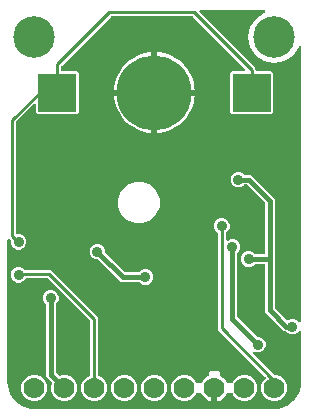
<source format=gbr>
G04 EAGLE Gerber RS-274X export*
G75*
%MOMM*%
%FSLAX34Y34*%
%LPD*%
%INBottom Copper*%
%IPPOS*%
%AMOC8*
5,1,8,0,0,1.08239X$1,22.5*%
G01*
%ADD10C,3.516000*%
%ADD11C,6.350000*%
%ADD12R,3.200000X3.200000*%
%ADD13C,1.778000*%
%ADD14C,0.906400*%
%ADD15C,0.406400*%
%ADD16C,0.254000*%

G36*
X228622Y2543D02*
X228622Y2543D01*
X228700Y2545D01*
X232077Y2810D01*
X232145Y2824D01*
X232214Y2829D01*
X232370Y2869D01*
X238794Y4956D01*
X238901Y5006D01*
X239012Y5050D01*
X239063Y5083D01*
X239082Y5091D01*
X239097Y5104D01*
X239148Y5136D01*
X244612Y9107D01*
X244699Y9188D01*
X244746Y9227D01*
X244752Y9231D01*
X244753Y9232D01*
X244791Y9264D01*
X244829Y9310D01*
X244844Y9324D01*
X244855Y9342D01*
X244893Y9388D01*
X248864Y14852D01*
X248921Y14956D01*
X248985Y15056D01*
X249007Y15113D01*
X249017Y15131D01*
X249022Y15151D01*
X249044Y15206D01*
X251131Y21630D01*
X251144Y21698D01*
X251167Y21764D01*
X251190Y21923D01*
X251455Y25300D01*
X251455Y25304D01*
X251456Y25307D01*
X251455Y25326D01*
X251459Y25400D01*
X251459Y67661D01*
X251442Y67799D01*
X251429Y67937D01*
X251422Y67957D01*
X251419Y67977D01*
X251368Y68106D01*
X251321Y68237D01*
X251310Y68254D01*
X251302Y68272D01*
X251221Y68385D01*
X251143Y68500D01*
X251127Y68513D01*
X251116Y68530D01*
X251008Y68618D01*
X250904Y68710D01*
X250886Y68720D01*
X250871Y68732D01*
X250745Y68792D01*
X250621Y68855D01*
X250601Y68859D01*
X250583Y68868D01*
X250446Y68894D01*
X250311Y68925D01*
X250290Y68924D01*
X250271Y68928D01*
X250132Y68919D01*
X249993Y68915D01*
X249973Y68909D01*
X249953Y68908D01*
X249821Y68865D01*
X249687Y68827D01*
X249670Y68816D01*
X249651Y68810D01*
X249533Y68735D01*
X249413Y68665D01*
X249392Y68646D01*
X249382Y68640D01*
X249368Y68625D01*
X249293Y68559D01*
X247559Y66825D01*
X245146Y65825D01*
X242534Y65825D01*
X240121Y66825D01*
X238993Y67954D01*
X238914Y68014D01*
X238842Y68082D01*
X238789Y68111D01*
X238741Y68148D01*
X238650Y68188D01*
X238564Y68236D01*
X238505Y68251D01*
X238449Y68275D01*
X238351Y68290D01*
X238256Y68315D01*
X238156Y68321D01*
X238135Y68325D01*
X238123Y68323D01*
X238095Y68325D01*
X237076Y68325D01*
X220725Y84676D01*
X220725Y124206D01*
X220710Y124324D01*
X220703Y124443D01*
X220690Y124481D01*
X220685Y124522D01*
X220642Y124632D01*
X220605Y124745D01*
X220583Y124780D01*
X220568Y124817D01*
X220499Y124913D01*
X220435Y125014D01*
X220405Y125042D01*
X220382Y125075D01*
X220290Y125151D01*
X220203Y125232D01*
X220168Y125252D01*
X220137Y125277D01*
X220029Y125328D01*
X219925Y125386D01*
X219885Y125396D01*
X219849Y125413D01*
X219732Y125435D01*
X219617Y125465D01*
X219557Y125469D01*
X219537Y125473D01*
X219516Y125471D01*
X219456Y125475D01*
X212755Y125475D01*
X212657Y125463D01*
X212558Y125460D01*
X212500Y125443D01*
X212439Y125435D01*
X212347Y125399D01*
X212252Y125371D01*
X212200Y125341D01*
X212144Y125318D01*
X212064Y125260D01*
X211978Y125210D01*
X211903Y125144D01*
X211886Y125132D01*
X211879Y125122D01*
X211857Y125104D01*
X210729Y123975D01*
X208316Y122975D01*
X205704Y122975D01*
X203291Y123975D01*
X201445Y125821D01*
X200445Y128234D01*
X200445Y130846D01*
X201445Y133259D01*
X203291Y135105D01*
X205704Y136105D01*
X208316Y136105D01*
X210729Y135105D01*
X211857Y133976D01*
X211936Y133916D01*
X212008Y133848D01*
X212061Y133819D01*
X212109Y133782D01*
X212200Y133742D01*
X212286Y133694D01*
X212345Y133679D01*
X212401Y133655D01*
X212499Y133640D01*
X212594Y133615D01*
X212694Y133609D01*
X212715Y133605D01*
X212727Y133607D01*
X212755Y133605D01*
X219456Y133605D01*
X219574Y133620D01*
X219693Y133627D01*
X219731Y133640D01*
X219772Y133645D01*
X219882Y133688D01*
X219995Y133725D01*
X220030Y133747D01*
X220067Y133762D01*
X220163Y133831D01*
X220264Y133895D01*
X220292Y133925D01*
X220325Y133948D01*
X220401Y134040D01*
X220482Y134127D01*
X220502Y134162D01*
X220527Y134193D01*
X220578Y134301D01*
X220636Y134405D01*
X220646Y134445D01*
X220663Y134481D01*
X220685Y134598D01*
X220715Y134713D01*
X220719Y134773D01*
X220723Y134793D01*
X220721Y134814D01*
X220725Y134874D01*
X220725Y176861D01*
X220713Y176959D01*
X220710Y177058D01*
X220693Y177116D01*
X220685Y177176D01*
X220649Y177268D01*
X220621Y177363D01*
X220591Y177416D01*
X220568Y177472D01*
X220510Y177552D01*
X220460Y177637D01*
X220394Y177713D01*
X220382Y177729D01*
X220372Y177737D01*
X220354Y177758D01*
X205698Y192414D01*
X205620Y192474D01*
X205548Y192542D01*
X205495Y192571D01*
X205447Y192608D01*
X205356Y192648D01*
X205269Y192696D01*
X205211Y192711D01*
X205155Y192735D01*
X205057Y192750D01*
X204961Y192775D01*
X204861Y192781D01*
X204841Y192785D01*
X204829Y192783D01*
X204801Y192785D01*
X203865Y192785D01*
X203767Y192773D01*
X203668Y192770D01*
X203610Y192753D01*
X203549Y192745D01*
X203457Y192709D01*
X203362Y192681D01*
X203310Y192651D01*
X203254Y192628D01*
X203174Y192570D01*
X203088Y192520D01*
X203013Y192454D01*
X202996Y192442D01*
X202989Y192432D01*
X202967Y192414D01*
X201839Y191285D01*
X199426Y190285D01*
X196814Y190285D01*
X194401Y191285D01*
X192555Y193131D01*
X191555Y195544D01*
X191555Y198156D01*
X192555Y200569D01*
X194401Y202415D01*
X196814Y203415D01*
X199426Y203415D01*
X201839Y202415D01*
X202967Y201286D01*
X203046Y201226D01*
X203118Y201158D01*
X203171Y201129D01*
X203219Y201092D01*
X203310Y201052D01*
X203396Y201004D01*
X203455Y200989D01*
X203511Y200965D01*
X203609Y200950D01*
X203704Y200925D01*
X203804Y200919D01*
X203825Y200915D01*
X203837Y200917D01*
X203865Y200915D01*
X208694Y200915D01*
X211446Y198162D01*
X226102Y183506D01*
X228855Y180754D01*
X228855Y88569D01*
X228867Y88471D01*
X228870Y88372D01*
X228887Y88314D01*
X228895Y88254D01*
X228931Y88162D01*
X228959Y88067D01*
X228989Y88015D01*
X229012Y87958D01*
X229070Y87878D01*
X229120Y87793D01*
X229186Y87717D01*
X229198Y87701D01*
X229208Y87693D01*
X229226Y87672D01*
X238689Y78210D01*
X238712Y78192D01*
X238731Y78169D01*
X238837Y78095D01*
X238940Y78015D01*
X238967Y78003D01*
X238991Y77986D01*
X239112Y77940D01*
X239232Y77889D01*
X239261Y77884D01*
X239288Y77874D01*
X239417Y77859D01*
X239546Y77839D01*
X239575Y77842D01*
X239604Y77838D01*
X239733Y77856D01*
X239862Y77869D01*
X239890Y77879D01*
X239919Y77883D01*
X240072Y77935D01*
X242534Y78955D01*
X245146Y78955D01*
X247559Y77955D01*
X249293Y76221D01*
X249402Y76136D01*
X249509Y76048D01*
X249528Y76039D01*
X249544Y76026D01*
X249672Y75971D01*
X249797Y75912D01*
X249817Y75908D01*
X249836Y75900D01*
X249974Y75878D01*
X250110Y75852D01*
X250130Y75853D01*
X250150Y75850D01*
X250289Y75863D01*
X250427Y75872D01*
X250446Y75878D01*
X250466Y75880D01*
X250598Y75927D01*
X250729Y75970D01*
X250747Y75981D01*
X250766Y75988D01*
X250881Y76066D01*
X250998Y76140D01*
X251012Y76155D01*
X251029Y76166D01*
X251121Y76271D01*
X251216Y76372D01*
X251226Y76389D01*
X251239Y76405D01*
X251303Y76529D01*
X251370Y76650D01*
X251375Y76670D01*
X251384Y76688D01*
X251414Y76824D01*
X251449Y76958D01*
X251451Y76986D01*
X251454Y76998D01*
X251453Y77019D01*
X251459Y77119D01*
X251459Y308393D01*
X251446Y308496D01*
X251442Y308601D01*
X251426Y308654D01*
X251419Y308708D01*
X251381Y308805D01*
X251351Y308905D01*
X251323Y308953D01*
X251302Y309004D01*
X251241Y309088D01*
X251187Y309178D01*
X251148Y309217D01*
X251116Y309261D01*
X251035Y309328D01*
X250961Y309401D01*
X250913Y309429D01*
X250871Y309464D01*
X250776Y309509D01*
X250686Y309561D01*
X250633Y309576D01*
X250583Y309600D01*
X250480Y309619D01*
X250380Y309648D01*
X250325Y309649D01*
X250271Y309659D01*
X250166Y309653D01*
X250062Y309656D01*
X250008Y309643D01*
X249953Y309640D01*
X249854Y309607D01*
X249752Y309584D01*
X249703Y309559D01*
X249651Y309542D01*
X249562Y309486D01*
X249470Y309438D01*
X249428Y309401D01*
X249382Y309372D01*
X249310Y309295D01*
X249232Y309226D01*
X249179Y309156D01*
X249164Y309140D01*
X249157Y309127D01*
X249135Y309098D01*
X244275Y301825D01*
X237083Y297020D01*
X228600Y295332D01*
X220117Y297020D01*
X212925Y301825D01*
X208120Y309017D01*
X206432Y317500D01*
X208120Y325983D01*
X212925Y333175D01*
X220198Y338035D01*
X220277Y338103D01*
X220361Y338164D01*
X220396Y338207D01*
X220438Y338243D01*
X220498Y338329D01*
X220564Y338409D01*
X220588Y338459D01*
X220619Y338505D01*
X220655Y338603D01*
X220700Y338697D01*
X220710Y338751D01*
X220729Y338803D01*
X220740Y338907D01*
X220759Y339010D01*
X220756Y339065D01*
X220762Y339119D01*
X220746Y339223D01*
X220740Y339327D01*
X220723Y339379D01*
X220715Y339434D01*
X220674Y339530D01*
X220642Y339629D01*
X220612Y339676D01*
X220591Y339727D01*
X220527Y339810D01*
X220472Y339898D01*
X220431Y339936D01*
X220398Y339980D01*
X220316Y340045D01*
X220240Y340116D01*
X220192Y340143D01*
X220148Y340177D01*
X220053Y340219D01*
X219961Y340270D01*
X219908Y340283D01*
X219858Y340306D01*
X219755Y340323D01*
X219653Y340349D01*
X219565Y340355D01*
X219544Y340358D01*
X219529Y340357D01*
X219493Y340359D01*
X166486Y340359D01*
X166348Y340342D01*
X166209Y340329D01*
X166190Y340322D01*
X166170Y340319D01*
X166041Y340268D01*
X165910Y340221D01*
X165893Y340210D01*
X165875Y340202D01*
X165762Y340121D01*
X165647Y340043D01*
X165634Y340027D01*
X165617Y340016D01*
X165529Y339908D01*
X165436Y339804D01*
X165427Y339786D01*
X165414Y339771D01*
X165355Y339645D01*
X165292Y339521D01*
X165287Y339501D01*
X165279Y339483D01*
X165253Y339347D01*
X165222Y339211D01*
X165223Y339190D01*
X165219Y339171D01*
X165228Y339032D01*
X165232Y338893D01*
X165238Y338873D01*
X165239Y338853D01*
X165282Y338721D01*
X165320Y338587D01*
X165331Y338570D01*
X165337Y338551D01*
X165411Y338433D01*
X165482Y338313D01*
X165500Y338292D01*
X165507Y338282D01*
X165522Y338268D01*
X165588Y338193D01*
X210250Y293530D01*
X212557Y291224D01*
X212557Y289812D01*
X212572Y289694D01*
X212579Y289575D01*
X212592Y289537D01*
X212597Y289496D01*
X212640Y289386D01*
X212677Y289273D01*
X212699Y289238D01*
X212714Y289201D01*
X212783Y289105D01*
X212847Y289004D01*
X212877Y288976D01*
X212900Y288943D01*
X212992Y288867D01*
X213079Y288786D01*
X213114Y288766D01*
X213145Y288741D01*
X213253Y288690D01*
X213357Y288632D01*
X213397Y288622D01*
X213433Y288605D01*
X213550Y288583D01*
X213665Y288553D01*
X213725Y288549D01*
X213745Y288545D01*
X213766Y288547D01*
X213826Y288543D01*
X226096Y288543D01*
X227287Y287352D01*
X227287Y253668D01*
X226096Y252477D01*
X192412Y252477D01*
X191221Y253668D01*
X191221Y287352D01*
X192412Y288543D01*
X202832Y288543D01*
X202970Y288560D01*
X203109Y288573D01*
X203128Y288580D01*
X203148Y288583D01*
X203277Y288634D01*
X203408Y288681D01*
X203425Y288692D01*
X203443Y288700D01*
X203556Y288781D01*
X203671Y288859D01*
X203684Y288875D01*
X203701Y288886D01*
X203789Y288994D01*
X203882Y289098D01*
X203891Y289116D01*
X203904Y289131D01*
X203963Y289257D01*
X204026Y289381D01*
X204031Y289401D01*
X204039Y289419D01*
X204065Y289555D01*
X204096Y289691D01*
X204095Y289712D01*
X204099Y289731D01*
X204090Y289870D01*
X204086Y290009D01*
X204080Y290029D01*
X204079Y290049D01*
X204036Y290181D01*
X203998Y290315D01*
X203987Y290332D01*
X203981Y290351D01*
X203907Y290469D01*
X203836Y290589D01*
X203818Y290610D01*
X203811Y290620D01*
X203796Y290634D01*
X203730Y290709D01*
X159659Y334781D01*
X159580Y334841D01*
X159508Y334909D01*
X159455Y334938D01*
X159407Y334975D01*
X159316Y335015D01*
X159230Y335063D01*
X159171Y335078D01*
X159116Y335102D01*
X159018Y335117D01*
X158922Y335142D01*
X158822Y335148D01*
X158801Y335152D01*
X158789Y335150D01*
X158761Y335152D01*
X90794Y335152D01*
X90696Y335140D01*
X90597Y335137D01*
X90538Y335120D01*
X90478Y335112D01*
X90386Y335076D01*
X90291Y335048D01*
X90239Y335018D01*
X90183Y334995D01*
X90103Y334937D01*
X90017Y334887D01*
X89942Y334821D01*
X89925Y334809D01*
X89917Y334799D01*
X89896Y334781D01*
X48420Y293305D01*
X48360Y293226D01*
X48292Y293154D01*
X48263Y293101D01*
X48226Y293053D01*
X48186Y292962D01*
X48138Y292876D01*
X48123Y292817D01*
X48099Y292762D01*
X48084Y292664D01*
X48059Y292568D01*
X48053Y292468D01*
X48049Y292447D01*
X48051Y292435D01*
X48049Y292407D01*
X48049Y289812D01*
X48064Y289694D01*
X48071Y289575D01*
X48084Y289537D01*
X48089Y289496D01*
X48132Y289386D01*
X48169Y289273D01*
X48191Y289238D01*
X48206Y289201D01*
X48275Y289105D01*
X48339Y289004D01*
X48369Y288976D01*
X48392Y288943D01*
X48484Y288867D01*
X48571Y288786D01*
X48606Y288766D01*
X48637Y288741D01*
X48745Y288690D01*
X48849Y288632D01*
X48889Y288622D01*
X48925Y288605D01*
X49042Y288583D01*
X49157Y288553D01*
X49217Y288549D01*
X49237Y288545D01*
X49258Y288547D01*
X49318Y288543D01*
X61588Y288543D01*
X62779Y287352D01*
X62779Y253668D01*
X61588Y252477D01*
X27904Y252477D01*
X26713Y253668D01*
X26713Y259643D01*
X26696Y259781D01*
X26683Y259920D01*
X26676Y259939D01*
X26673Y259959D01*
X26622Y260088D01*
X26575Y260219D01*
X26564Y260236D01*
X26556Y260254D01*
X26475Y260367D01*
X26397Y260482D01*
X26381Y260495D01*
X26370Y260512D01*
X26262Y260600D01*
X26158Y260693D01*
X26140Y260702D01*
X26125Y260715D01*
X25999Y260774D01*
X25875Y260837D01*
X25855Y260842D01*
X25837Y260850D01*
X25701Y260876D01*
X25565Y260907D01*
X25544Y260906D01*
X25525Y260910D01*
X25386Y260901D01*
X25247Y260897D01*
X25227Y260891D01*
X25207Y260890D01*
X25075Y260847D01*
X24941Y260809D01*
X24924Y260798D01*
X24905Y260792D01*
X24787Y260718D01*
X24667Y260647D01*
X24646Y260629D01*
X24636Y260622D01*
X24622Y260607D01*
X24547Y260541D01*
X10024Y246019D01*
X9964Y245940D01*
X9896Y245868D01*
X9867Y245815D01*
X9830Y245767D01*
X9790Y245676D01*
X9742Y245590D01*
X9727Y245531D01*
X9703Y245476D01*
X9688Y245378D01*
X9663Y245282D01*
X9657Y245182D01*
X9653Y245161D01*
X9655Y245149D01*
X9653Y245121D01*
X9653Y151979D01*
X9668Y151861D01*
X9675Y151742D01*
X9688Y151704D01*
X9693Y151663D01*
X9736Y151553D01*
X9773Y151440D01*
X9795Y151405D01*
X9810Y151368D01*
X9879Y151272D01*
X9943Y151171D01*
X9973Y151143D01*
X9996Y151110D01*
X10088Y151034D01*
X10175Y150953D01*
X10210Y150933D01*
X10241Y150908D01*
X10349Y150857D01*
X10453Y150799D01*
X10493Y150789D01*
X10529Y150772D01*
X10646Y150750D01*
X10761Y150720D01*
X10821Y150716D01*
X10841Y150712D01*
X10862Y150714D01*
X10922Y150710D01*
X13371Y150710D01*
X15784Y149710D01*
X17630Y147864D01*
X18630Y145451D01*
X18630Y142839D01*
X17630Y140426D01*
X15784Y138580D01*
X13371Y137580D01*
X10759Y137580D01*
X8346Y138580D01*
X6500Y140426D01*
X5500Y142839D01*
X5500Y144878D01*
X5488Y144976D01*
X5485Y145075D01*
X5468Y145134D01*
X5460Y145194D01*
X5424Y145286D01*
X5396Y145381D01*
X5366Y145433D01*
X5343Y145489D01*
X5285Y145570D01*
X5235Y145655D01*
X5169Y145730D01*
X5157Y145747D01*
X5147Y145755D01*
X5129Y145776D01*
X4708Y146197D01*
X4598Y146282D01*
X4491Y146371D01*
X4472Y146379D01*
X4456Y146392D01*
X4329Y146447D01*
X4203Y146506D01*
X4183Y146510D01*
X4164Y146518D01*
X4027Y146540D01*
X3890Y146566D01*
X3870Y146565D01*
X3850Y146568D01*
X3711Y146555D01*
X3573Y146546D01*
X3554Y146540D01*
X3534Y146538D01*
X3402Y146491D01*
X3271Y146448D01*
X3254Y146437D01*
X3234Y146431D01*
X3119Y146352D01*
X3002Y146278D01*
X2988Y146263D01*
X2971Y146252D01*
X2879Y146148D01*
X2784Y146046D01*
X2774Y146029D01*
X2761Y146014D01*
X2697Y145889D01*
X2630Y145768D01*
X2625Y145748D01*
X2616Y145730D01*
X2586Y145594D01*
X2551Y145460D01*
X2549Y145432D01*
X2546Y145420D01*
X2547Y145399D01*
X2541Y145299D01*
X2541Y25400D01*
X2543Y25378D01*
X2545Y25300D01*
X2810Y21923D01*
X2824Y21855D01*
X2829Y21786D01*
X2869Y21630D01*
X4956Y15206D01*
X5006Y15099D01*
X5050Y14988D01*
X5083Y14937D01*
X5091Y14918D01*
X5104Y14903D01*
X5136Y14852D01*
X9107Y9388D01*
X9127Y9366D01*
X9138Y9348D01*
X9184Y9305D01*
X9188Y9301D01*
X9264Y9209D01*
X9310Y9171D01*
X9324Y9156D01*
X9342Y9145D01*
X9388Y9107D01*
X14596Y5322D01*
X14852Y5136D01*
X14956Y5079D01*
X15056Y5015D01*
X15113Y4993D01*
X15131Y4983D01*
X15151Y4978D01*
X15206Y4956D01*
X21630Y2869D01*
X21698Y2856D01*
X21764Y2833D01*
X21923Y2810D01*
X25300Y2545D01*
X25322Y2546D01*
X25400Y2541D01*
X228600Y2541D01*
X228622Y2543D01*
G37*
%LPC*%
G36*
X226427Y9397D02*
X226427Y9397D01*
X222413Y11060D01*
X219340Y14133D01*
X217677Y18147D01*
X217677Y22493D01*
X219340Y26507D01*
X220819Y27986D01*
X220892Y28080D01*
X220970Y28169D01*
X220989Y28205D01*
X221014Y28237D01*
X221061Y28346D01*
X221115Y28452D01*
X221124Y28492D01*
X221140Y28529D01*
X221159Y28646D01*
X221185Y28762D01*
X221183Y28803D01*
X221190Y28843D01*
X221179Y28961D01*
X221175Y29080D01*
X221164Y29119D01*
X221160Y29159D01*
X221120Y29272D01*
X221087Y29386D01*
X221066Y29421D01*
X221052Y29459D01*
X220985Y29557D01*
X220925Y29660D01*
X220885Y29705D01*
X220874Y29722D01*
X220858Y29735D01*
X220819Y29781D01*
X180847Y69752D01*
X180847Y150973D01*
X180835Y151071D01*
X180832Y151170D01*
X180815Y151228D01*
X180807Y151289D01*
X180771Y151381D01*
X180743Y151476D01*
X180713Y151528D01*
X180690Y151584D01*
X180632Y151664D01*
X180582Y151750D01*
X180516Y151825D01*
X180504Y151842D01*
X180494Y151849D01*
X180476Y151871D01*
X178585Y153761D01*
X177585Y156174D01*
X177585Y158786D01*
X178585Y161199D01*
X180431Y163045D01*
X182844Y164045D01*
X185456Y164045D01*
X187869Y163045D01*
X189715Y161199D01*
X190715Y158786D01*
X190715Y156174D01*
X189715Y153761D01*
X187824Y151871D01*
X187764Y151792D01*
X187696Y151720D01*
X187667Y151667D01*
X187630Y151619D01*
X187590Y151528D01*
X187542Y151442D01*
X187527Y151383D01*
X187503Y151327D01*
X187488Y151229D01*
X187463Y151134D01*
X187457Y151034D01*
X187453Y151013D01*
X187455Y151001D01*
X187453Y150973D01*
X187453Y146391D01*
X187459Y146341D01*
X187457Y146292D01*
X187479Y146184D01*
X187493Y146075D01*
X187511Y146029D01*
X187521Y145980D01*
X187569Y145882D01*
X187610Y145780D01*
X187639Y145739D01*
X187661Y145695D01*
X187732Y145611D01*
X187796Y145522D01*
X187835Y145491D01*
X187867Y145453D01*
X187957Y145390D01*
X188041Y145319D01*
X188086Y145298D01*
X188127Y145270D01*
X188230Y145231D01*
X188329Y145184D01*
X188378Y145175D01*
X188424Y145157D01*
X188534Y145145D01*
X188641Y145124D01*
X188691Y145127D01*
X188740Y145122D01*
X188849Y145137D01*
X188959Y145144D01*
X189006Y145159D01*
X189055Y145166D01*
X189208Y145218D01*
X191734Y146265D01*
X194346Y146265D01*
X196759Y145265D01*
X198605Y143419D01*
X199605Y141006D01*
X199605Y138394D01*
X198605Y135981D01*
X197476Y134853D01*
X197416Y134774D01*
X197348Y134702D01*
X197319Y134649D01*
X197282Y134601D01*
X197242Y134510D01*
X197194Y134424D01*
X197179Y134365D01*
X197155Y134309D01*
X197140Y134211D01*
X197115Y134116D01*
X197109Y134016D01*
X197105Y133995D01*
X197107Y133983D01*
X197105Y133955D01*
X197105Y80949D01*
X197117Y80851D01*
X197120Y80752D01*
X197137Y80694D01*
X197145Y80634D01*
X197181Y80542D01*
X197209Y80447D01*
X197239Y80395D01*
X197262Y80338D01*
X197320Y80258D01*
X197370Y80173D01*
X197436Y80097D01*
X197448Y80081D01*
X197458Y80073D01*
X197476Y80052D01*
X213442Y64086D01*
X213520Y64026D01*
X213592Y63958D01*
X213645Y63929D01*
X213693Y63892D01*
X213784Y63852D01*
X213871Y63804D01*
X213929Y63789D01*
X213985Y63765D01*
X214083Y63750D01*
X214179Y63725D01*
X214279Y63719D01*
X214299Y63715D01*
X214311Y63717D01*
X214339Y63715D01*
X215936Y63715D01*
X218349Y62715D01*
X220195Y60869D01*
X221195Y58456D01*
X221195Y55844D01*
X220195Y53431D01*
X218349Y51585D01*
X215936Y50585D01*
X213324Y50585D01*
X212444Y50950D01*
X212377Y50968D01*
X212313Y50996D01*
X212224Y51010D01*
X212138Y51034D01*
X212068Y51035D01*
X211999Y51046D01*
X211909Y51037D01*
X211820Y51039D01*
X211752Y51022D01*
X211682Y51016D01*
X211598Y50985D01*
X211510Y50965D01*
X211449Y50932D01*
X211383Y50908D01*
X211309Y50858D01*
X211229Y50816D01*
X211178Y50769D01*
X211120Y50730D01*
X211060Y50662D01*
X210994Y50602D01*
X210956Y50544D01*
X210909Y50491D01*
X210869Y50411D01*
X210819Y50336D01*
X210797Y50270D01*
X210765Y50208D01*
X210745Y50120D01*
X210716Y50035D01*
X210710Y49966D01*
X210695Y49898D01*
X210698Y49808D01*
X210691Y49718D01*
X210703Y49650D01*
X210705Y49580D01*
X210730Y49494D01*
X210745Y49405D01*
X210774Y49341D01*
X210793Y49274D01*
X210839Y49197D01*
X210876Y49115D01*
X210919Y49060D01*
X210955Y49000D01*
X211061Y48880D01*
X228326Y31614D01*
X228405Y31554D01*
X228477Y31486D01*
X228530Y31457D01*
X228578Y31420D01*
X228669Y31380D01*
X228755Y31332D01*
X228814Y31317D01*
X228869Y31293D01*
X228967Y31278D01*
X229063Y31253D01*
X229163Y31247D01*
X229184Y31243D01*
X229196Y31245D01*
X229224Y31243D01*
X230773Y31243D01*
X234787Y29580D01*
X237860Y26507D01*
X239523Y22493D01*
X239523Y18147D01*
X237860Y14133D01*
X234787Y11060D01*
X230773Y9397D01*
X226427Y9397D01*
G37*
%LPD*%
%LPC*%
G36*
X74027Y9397D02*
X74027Y9397D01*
X70013Y11060D01*
X66940Y14133D01*
X65277Y18147D01*
X65277Y22493D01*
X66940Y26507D01*
X70013Y29580D01*
X72114Y30450D01*
X72139Y30465D01*
X72167Y30474D01*
X72277Y30543D01*
X72390Y30608D01*
X72411Y30628D01*
X72436Y30644D01*
X72525Y30739D01*
X72618Y30829D01*
X72634Y30854D01*
X72654Y30876D01*
X72717Y30989D01*
X72785Y31100D01*
X72793Y31128D01*
X72808Y31154D01*
X72840Y31280D01*
X72878Y31404D01*
X72880Y31433D01*
X72887Y31462D01*
X72897Y31623D01*
X72897Y76846D01*
X72885Y76944D01*
X72882Y77043D01*
X72865Y77102D01*
X72857Y77162D01*
X72821Y77254D01*
X72793Y77349D01*
X72763Y77401D01*
X72740Y77457D01*
X72682Y77537D01*
X72632Y77623D01*
X72566Y77698D01*
X72554Y77715D01*
X72544Y77723D01*
X72526Y77744D01*
X37104Y113166D01*
X37025Y113226D01*
X36953Y113294D01*
X36900Y113323D01*
X36852Y113360D01*
X36761Y113400D01*
X36675Y113448D01*
X36616Y113463D01*
X36561Y113487D01*
X36463Y113502D01*
X36367Y113527D01*
X36267Y113533D01*
X36246Y113537D01*
X36234Y113535D01*
X36206Y113537D01*
X18914Y113537D01*
X18884Y113534D01*
X18855Y113536D01*
X18727Y113514D01*
X18598Y113497D01*
X18571Y113487D01*
X18542Y113481D01*
X18423Y113428D01*
X18302Y113380D01*
X18279Y113363D01*
X18252Y113351D01*
X18150Y113270D01*
X18045Y113194D01*
X18026Y113171D01*
X18003Y113152D01*
X17925Y113048D01*
X17842Y112949D01*
X17830Y112922D01*
X17812Y112898D01*
X17741Y112754D01*
X17630Y112486D01*
X15784Y110640D01*
X13371Y109640D01*
X10759Y109640D01*
X8346Y110640D01*
X6500Y112486D01*
X5500Y114899D01*
X5500Y117511D01*
X6500Y119924D01*
X8346Y121770D01*
X10759Y122770D01*
X13371Y122770D01*
X15784Y121770D01*
X17039Y120514D01*
X17118Y120454D01*
X17190Y120386D01*
X17243Y120357D01*
X17291Y120320D01*
X17382Y120280D01*
X17468Y120232D01*
X17527Y120217D01*
X17583Y120193D01*
X17681Y120178D01*
X17776Y120153D01*
X17876Y120147D01*
X17897Y120143D01*
X17909Y120145D01*
X17937Y120143D01*
X39468Y120143D01*
X79503Y80108D01*
X79503Y31623D01*
X79506Y31594D01*
X79504Y31564D01*
X79526Y31436D01*
X79543Y31307D01*
X79553Y31280D01*
X79558Y31251D01*
X79612Y31132D01*
X79660Y31012D01*
X79677Y30988D01*
X79689Y30961D01*
X79770Y30859D01*
X79846Y30754D01*
X79869Y30735D01*
X79888Y30712D01*
X79991Y30634D01*
X80091Y30551D01*
X80118Y30539D01*
X80142Y30521D01*
X80286Y30450D01*
X82387Y29580D01*
X85460Y26507D01*
X87123Y22493D01*
X87123Y18147D01*
X85460Y14133D01*
X82387Y11060D01*
X78373Y9397D01*
X74027Y9397D01*
G37*
%LPD*%
%LPC*%
G36*
X180299Y19090D02*
X180299Y19090D01*
X180284Y19208D01*
X180277Y19327D01*
X180264Y19365D01*
X180259Y19405D01*
X180216Y19516D01*
X180179Y19629D01*
X180157Y19663D01*
X180142Y19701D01*
X180073Y19797D01*
X180009Y19898D01*
X179979Y19926D01*
X179956Y19958D01*
X179864Y20034D01*
X179777Y20116D01*
X179742Y20135D01*
X179711Y20161D01*
X179603Y20212D01*
X179499Y20269D01*
X179459Y20279D01*
X179423Y20297D01*
X179306Y20319D01*
X179191Y20349D01*
X179131Y20353D01*
X179111Y20356D01*
X179090Y20355D01*
X179030Y20359D01*
X176570Y20359D01*
X176452Y20344D01*
X176333Y20337D01*
X176295Y20324D01*
X176254Y20319D01*
X176144Y20275D01*
X176031Y20239D01*
X175996Y20217D01*
X175959Y20202D01*
X175862Y20132D01*
X175762Y20069D01*
X175734Y20039D01*
X175701Y20015D01*
X175625Y19924D01*
X175544Y19837D01*
X175524Y19802D01*
X175499Y19770D01*
X175448Y19663D01*
X175390Y19558D01*
X175380Y19519D01*
X175363Y19483D01*
X175341Y19366D01*
X175311Y19250D01*
X175307Y19190D01*
X175303Y19170D01*
X175305Y19150D01*
X175301Y19090D01*
X175301Y9143D01*
X175123Y9171D01*
X173412Y9727D01*
X171809Y10543D01*
X170353Y11601D01*
X169081Y12873D01*
X168024Y14329D01*
X167654Y15054D01*
X167576Y15169D01*
X167502Y15286D01*
X167487Y15300D01*
X167475Y15317D01*
X167371Y15409D01*
X167270Y15504D01*
X167252Y15514D01*
X167237Y15528D01*
X167114Y15590D01*
X166992Y15658D01*
X166972Y15663D01*
X166953Y15672D01*
X166818Y15702D01*
X166684Y15737D01*
X166655Y15739D01*
X166643Y15742D01*
X166623Y15741D01*
X166523Y15747D01*
X164258Y15747D01*
X164237Y15768D01*
X164198Y15799D01*
X164164Y15836D01*
X164072Y15896D01*
X163986Y15963D01*
X163940Y15983D01*
X163898Y16010D01*
X163795Y16046D01*
X163694Y16090D01*
X163645Y16097D01*
X163598Y16114D01*
X163488Y16122D01*
X163380Y16140D01*
X163330Y16135D01*
X163281Y16139D01*
X163173Y16120D01*
X163063Y16110D01*
X163016Y16093D01*
X162967Y16084D01*
X162867Y16039D01*
X162764Y16002D01*
X162723Y15974D01*
X162677Y15954D01*
X162592Y15885D01*
X162501Y15824D01*
X162468Y15786D01*
X162429Y15755D01*
X162363Y15667D01*
X162290Y15585D01*
X162268Y15541D01*
X162238Y15501D01*
X162167Y15357D01*
X161660Y14133D01*
X158587Y11060D01*
X154573Y9397D01*
X150227Y9397D01*
X146213Y11060D01*
X143140Y14133D01*
X141477Y18147D01*
X141477Y22493D01*
X143140Y26507D01*
X146213Y29580D01*
X150227Y31243D01*
X154573Y31243D01*
X158587Y29580D01*
X161660Y26507D01*
X162167Y25283D01*
X162191Y25240D01*
X162208Y25193D01*
X162270Y25103D01*
X162324Y25007D01*
X162359Y24971D01*
X162387Y24930D01*
X162469Y24858D01*
X162546Y24779D01*
X162588Y24753D01*
X162625Y24720D01*
X162723Y24670D01*
X162817Y24612D01*
X162864Y24598D01*
X162908Y24575D01*
X163016Y24551D01*
X163121Y24519D01*
X163170Y24516D01*
X163219Y24506D01*
X163328Y24509D01*
X163438Y24504D01*
X163487Y24514D01*
X163537Y24515D01*
X163642Y24546D01*
X163750Y24568D01*
X163794Y24590D01*
X163842Y24604D01*
X163937Y24660D01*
X164035Y24708D01*
X164073Y24740D01*
X164116Y24765D01*
X164237Y24872D01*
X164258Y24893D01*
X166523Y24893D01*
X166661Y24910D01*
X166799Y24923D01*
X166818Y24930D01*
X166839Y24933D01*
X166968Y24984D01*
X167098Y25030D01*
X167115Y25042D01*
X167134Y25050D01*
X167247Y25131D01*
X167361Y25209D01*
X167375Y25224D01*
X167392Y25236D01*
X167480Y25344D01*
X167572Y25447D01*
X167587Y25472D01*
X167594Y25481D01*
X167603Y25500D01*
X167654Y25586D01*
X168024Y26311D01*
X169081Y27767D01*
X170353Y29039D01*
X171809Y30096D01*
X172534Y30466D01*
X172649Y30544D01*
X172766Y30618D01*
X172780Y30633D01*
X172797Y30645D01*
X172889Y30749D01*
X172984Y30850D01*
X172994Y30868D01*
X173008Y30883D01*
X173070Y31007D01*
X173138Y31128D01*
X173143Y31148D01*
X173152Y31167D01*
X173182Y31302D01*
X173217Y31436D01*
X173219Y31465D01*
X173222Y31477D01*
X173221Y31497D01*
X173227Y31597D01*
X173227Y33862D01*
X174418Y35053D01*
X181182Y35053D01*
X182373Y33862D01*
X182373Y31597D01*
X182390Y31459D01*
X182403Y31321D01*
X182410Y31302D01*
X182413Y31281D01*
X182464Y31152D01*
X182510Y31022D01*
X182522Y31005D01*
X182530Y30986D01*
X182611Y30873D01*
X182689Y30759D01*
X182704Y30745D01*
X182716Y30728D01*
X182824Y30640D01*
X182927Y30548D01*
X182952Y30533D01*
X182961Y30526D01*
X182980Y30517D01*
X183066Y30466D01*
X183791Y30096D01*
X185247Y29039D01*
X186519Y27767D01*
X187576Y26311D01*
X187946Y25586D01*
X188024Y25471D01*
X188098Y25354D01*
X188113Y25340D01*
X188125Y25323D01*
X188229Y25231D01*
X188330Y25136D01*
X188348Y25126D01*
X188363Y25112D01*
X188487Y25050D01*
X188608Y24982D01*
X188628Y24977D01*
X188647Y24968D01*
X188782Y24938D01*
X188916Y24903D01*
X188945Y24901D01*
X188957Y24898D01*
X188977Y24899D01*
X189077Y24893D01*
X191342Y24893D01*
X191363Y24872D01*
X191402Y24841D01*
X191436Y24804D01*
X191528Y24744D01*
X191614Y24677D01*
X191660Y24657D01*
X191702Y24630D01*
X191805Y24594D01*
X191906Y24550D01*
X191955Y24543D01*
X192002Y24526D01*
X192112Y24518D01*
X192220Y24500D01*
X192270Y24505D01*
X192319Y24501D01*
X192427Y24520D01*
X192537Y24530D01*
X192584Y24547D01*
X192633Y24556D01*
X192733Y24601D01*
X192836Y24638D01*
X192877Y24666D01*
X192923Y24686D01*
X193008Y24755D01*
X193099Y24816D01*
X193132Y24854D01*
X193171Y24885D01*
X193237Y24973D01*
X193310Y25055D01*
X193332Y25099D01*
X193362Y25139D01*
X193433Y25283D01*
X193940Y26507D01*
X197013Y29580D01*
X201027Y31243D01*
X205373Y31243D01*
X209387Y29580D01*
X212460Y26507D01*
X214123Y22493D01*
X214123Y18147D01*
X212460Y14133D01*
X209387Y11060D01*
X205373Y9397D01*
X201027Y9397D01*
X197013Y11060D01*
X193940Y14133D01*
X193433Y15357D01*
X193409Y15400D01*
X193392Y15447D01*
X193330Y15537D01*
X193276Y15633D01*
X193241Y15669D01*
X193213Y15710D01*
X193131Y15782D01*
X193054Y15861D01*
X193012Y15887D01*
X192975Y15920D01*
X192877Y15970D01*
X192783Y16028D01*
X192736Y16042D01*
X192692Y16065D01*
X192584Y16089D01*
X192479Y16121D01*
X192430Y16124D01*
X192381Y16134D01*
X192272Y16131D01*
X192162Y16136D01*
X192113Y16126D01*
X192063Y16125D01*
X191958Y16094D01*
X191850Y16072D01*
X191806Y16050D01*
X191758Y16036D01*
X191663Y15980D01*
X191565Y15932D01*
X191527Y15900D01*
X191484Y15875D01*
X191363Y15768D01*
X191342Y15747D01*
X189077Y15747D01*
X188939Y15730D01*
X188801Y15717D01*
X188782Y15710D01*
X188761Y15707D01*
X188632Y15656D01*
X188502Y15610D01*
X188485Y15598D01*
X188466Y15590D01*
X188353Y15509D01*
X188239Y15431D01*
X188225Y15416D01*
X188208Y15404D01*
X188120Y15296D01*
X188028Y15193D01*
X188013Y15168D01*
X188006Y15159D01*
X187997Y15140D01*
X187946Y15054D01*
X187576Y14329D01*
X186519Y12873D01*
X185247Y11601D01*
X183791Y10543D01*
X182188Y9727D01*
X180477Y9171D01*
X180299Y9143D01*
X180299Y19090D01*
G37*
%LPD*%
%LPC*%
G36*
X48627Y9397D02*
X48627Y9397D01*
X44613Y11060D01*
X41540Y14133D01*
X39877Y18147D01*
X39877Y22493D01*
X40432Y23832D01*
X40440Y23860D01*
X40453Y23886D01*
X40482Y24013D01*
X40516Y24138D01*
X40516Y24168D01*
X40523Y24197D01*
X40519Y24326D01*
X40521Y24456D01*
X40514Y24485D01*
X40513Y24515D01*
X40477Y24639D01*
X40447Y24766D01*
X40433Y24792D01*
X40425Y24820D01*
X40359Y24931D01*
X40298Y25047D01*
X40278Y25069D01*
X40263Y25094D01*
X40157Y25215D01*
X35305Y30066D01*
X35305Y90775D01*
X35293Y90873D01*
X35290Y90972D01*
X35273Y91030D01*
X35265Y91091D01*
X35229Y91183D01*
X35201Y91278D01*
X35171Y91330D01*
X35148Y91386D01*
X35090Y91466D01*
X35040Y91552D01*
X34974Y91627D01*
X34962Y91644D01*
X34952Y91651D01*
X34934Y91673D01*
X33805Y92801D01*
X32805Y95214D01*
X32805Y97826D01*
X33805Y100239D01*
X35651Y102085D01*
X38064Y103085D01*
X40676Y103085D01*
X43089Y102085D01*
X44935Y100239D01*
X45935Y97826D01*
X45935Y95214D01*
X44935Y92801D01*
X43806Y91673D01*
X43746Y91594D01*
X43678Y91522D01*
X43649Y91469D01*
X43612Y91421D01*
X43572Y91330D01*
X43524Y91244D01*
X43509Y91185D01*
X43485Y91129D01*
X43470Y91031D01*
X43445Y90936D01*
X43439Y90836D01*
X43435Y90815D01*
X43437Y90803D01*
X43435Y90775D01*
X43435Y33959D01*
X43447Y33861D01*
X43450Y33762D01*
X43467Y33704D01*
X43475Y33644D01*
X43511Y33552D01*
X43539Y33457D01*
X43569Y33405D01*
X43592Y33348D01*
X43650Y33268D01*
X43700Y33183D01*
X43766Y33107D01*
X43778Y33091D01*
X43788Y33083D01*
X43806Y33062D01*
X45905Y30963D01*
X45929Y30945D01*
X45948Y30923D01*
X46054Y30848D01*
X46156Y30768D01*
X46184Y30757D01*
X46208Y30740D01*
X46329Y30694D01*
X46448Y30642D01*
X46477Y30637D01*
X46505Y30627D01*
X46634Y30612D01*
X46762Y30592D01*
X46792Y30595D01*
X46821Y30592D01*
X46950Y30610D01*
X47079Y30622D01*
X47107Y30632D01*
X47136Y30636D01*
X47288Y30688D01*
X48627Y31243D01*
X52973Y31243D01*
X56987Y29580D01*
X60060Y26507D01*
X61723Y22493D01*
X61723Y18147D01*
X60060Y14133D01*
X56987Y11060D01*
X52973Y9397D01*
X48627Y9397D01*
G37*
%LPD*%
%LPC*%
G36*
X110431Y159719D02*
X110431Y159719D01*
X103984Y162390D01*
X99050Y167324D01*
X96379Y173771D01*
X96379Y180749D01*
X99050Y187196D01*
X103984Y192130D01*
X110431Y194801D01*
X117409Y194801D01*
X123856Y192130D01*
X128790Y187196D01*
X131461Y180749D01*
X131461Y173771D01*
X128790Y167324D01*
X123856Y162390D01*
X117409Y159719D01*
X110431Y159719D01*
G37*
%LPD*%
%LPC*%
G36*
X129539Y273049D02*
X129539Y273049D01*
X129539Y304717D01*
X132037Y304471D01*
X135342Y303813D01*
X138566Y302835D01*
X141679Y301546D01*
X144650Y299958D01*
X147451Y298086D01*
X150056Y295948D01*
X152438Y293566D01*
X154576Y290961D01*
X156448Y288160D01*
X158036Y285189D01*
X159325Y282076D01*
X160303Y278852D01*
X160961Y275547D01*
X161207Y273049D01*
X129539Y273049D01*
G37*
%LPD*%
%LPC*%
G36*
X92793Y273049D02*
X92793Y273049D01*
X93039Y275547D01*
X93697Y278852D01*
X94675Y282076D01*
X95964Y285189D01*
X97552Y288160D01*
X99424Y290961D01*
X101562Y293566D01*
X103944Y295948D01*
X106549Y298086D01*
X109350Y299958D01*
X112321Y301546D01*
X115434Y302835D01*
X118658Y303813D01*
X121963Y304471D01*
X124461Y304717D01*
X124461Y273049D01*
X92793Y273049D01*
G37*
%LPD*%
%LPC*%
G36*
X129539Y267971D02*
X129539Y267971D01*
X161207Y267971D01*
X160961Y265473D01*
X160303Y262168D01*
X159325Y258944D01*
X158036Y255831D01*
X156448Y252860D01*
X154576Y250059D01*
X152438Y247454D01*
X150056Y245072D01*
X147451Y242934D01*
X144650Y241062D01*
X141679Y239474D01*
X138566Y238185D01*
X135342Y237207D01*
X132037Y236549D01*
X129539Y236303D01*
X129539Y267971D01*
G37*
%LPD*%
%LPC*%
G36*
X121963Y236549D02*
X121963Y236549D01*
X118658Y237207D01*
X115434Y238185D01*
X112321Y239474D01*
X109350Y241062D01*
X106549Y242934D01*
X103944Y245072D01*
X101562Y247454D01*
X99424Y250059D01*
X97552Y252860D01*
X95964Y255831D01*
X94675Y258944D01*
X93697Y262168D01*
X93039Y265473D01*
X92793Y267971D01*
X124461Y267971D01*
X124461Y236303D01*
X121963Y236549D01*
G37*
%LPD*%
%LPC*%
G36*
X118074Y107735D02*
X118074Y107735D01*
X115661Y108735D01*
X114533Y109864D01*
X114454Y109924D01*
X114382Y109992D01*
X114329Y110021D01*
X114281Y110058D01*
X114190Y110098D01*
X114104Y110146D01*
X114045Y110161D01*
X113989Y110185D01*
X113891Y110200D01*
X113796Y110225D01*
X113696Y110231D01*
X113675Y110235D01*
X113663Y110233D01*
X113635Y110235D01*
X98646Y110235D01*
X79928Y128954D01*
X79850Y129014D01*
X79778Y129082D01*
X79725Y129111D01*
X79677Y129148D01*
X79586Y129188D01*
X79499Y129236D01*
X79441Y129251D01*
X79385Y129275D01*
X79287Y129290D01*
X79191Y129315D01*
X79091Y129321D01*
X79071Y129325D01*
X79059Y129323D01*
X79031Y129325D01*
X77434Y129325D01*
X75021Y130325D01*
X73175Y132171D01*
X72175Y134584D01*
X72175Y137196D01*
X73175Y139609D01*
X75021Y141455D01*
X77434Y142455D01*
X80046Y142455D01*
X82459Y141455D01*
X84305Y139609D01*
X85305Y137196D01*
X85305Y135599D01*
X85317Y135501D01*
X85320Y135402D01*
X85337Y135344D01*
X85345Y135284D01*
X85381Y135192D01*
X85409Y135097D01*
X85439Y135045D01*
X85462Y134988D01*
X85520Y134908D01*
X85570Y134823D01*
X85636Y134747D01*
X85648Y134731D01*
X85658Y134723D01*
X85676Y134702D01*
X101642Y118736D01*
X101720Y118676D01*
X101792Y118608D01*
X101845Y118579D01*
X101893Y118542D01*
X101984Y118502D01*
X102071Y118454D01*
X102129Y118439D01*
X102185Y118415D01*
X102283Y118400D01*
X102379Y118375D01*
X102479Y118369D01*
X102499Y118365D01*
X102511Y118367D01*
X102539Y118365D01*
X113635Y118365D01*
X113733Y118377D01*
X113832Y118380D01*
X113890Y118397D01*
X113951Y118405D01*
X114043Y118441D01*
X114138Y118469D01*
X114190Y118499D01*
X114246Y118522D01*
X114326Y118580D01*
X114412Y118630D01*
X114487Y118696D01*
X114504Y118708D01*
X114511Y118718D01*
X114533Y118736D01*
X115661Y119865D01*
X118074Y120865D01*
X120686Y120865D01*
X123099Y119865D01*
X124945Y118019D01*
X125945Y115606D01*
X125945Y112994D01*
X124945Y110581D01*
X123099Y108735D01*
X120686Y107735D01*
X118074Y107735D01*
G37*
%LPD*%
%LPC*%
G36*
X124827Y9397D02*
X124827Y9397D01*
X120813Y11060D01*
X117740Y14133D01*
X116077Y18147D01*
X116077Y22493D01*
X117740Y26507D01*
X120813Y29580D01*
X124827Y31243D01*
X129173Y31243D01*
X133187Y29580D01*
X136260Y26507D01*
X137923Y22493D01*
X137923Y18147D01*
X136260Y14133D01*
X133187Y11060D01*
X129173Y9397D01*
X124827Y9397D01*
G37*
%LPD*%
%LPC*%
G36*
X99427Y9397D02*
X99427Y9397D01*
X95413Y11060D01*
X92340Y14133D01*
X90677Y18147D01*
X90677Y22493D01*
X92340Y26507D01*
X95413Y29580D01*
X99427Y31243D01*
X103773Y31243D01*
X107787Y29580D01*
X110860Y26507D01*
X112523Y22493D01*
X112523Y18147D01*
X110860Y14133D01*
X107787Y11060D01*
X103773Y9397D01*
X99427Y9397D01*
G37*
%LPD*%
%LPC*%
G36*
X23227Y9397D02*
X23227Y9397D01*
X19213Y11060D01*
X16140Y14133D01*
X14477Y18147D01*
X14477Y22493D01*
X16140Y26507D01*
X19213Y29580D01*
X23227Y31243D01*
X27573Y31243D01*
X31587Y29580D01*
X34660Y26507D01*
X36323Y22493D01*
X36323Y18147D01*
X34660Y14133D01*
X31587Y11060D01*
X27573Y9397D01*
X23227Y9397D01*
G37*
%LPD*%
%LPC*%
G36*
X126999Y270509D02*
X126999Y270509D01*
X126999Y270511D01*
X127001Y270511D01*
X127001Y270509D01*
X126999Y270509D01*
G37*
%LPD*%
D10*
X25400Y317500D03*
X228600Y317500D03*
D11*
X127000Y270510D03*
D12*
X209254Y270510D03*
X44746Y270510D03*
D13*
X228600Y20320D03*
X203200Y20320D03*
X177800Y20320D03*
X152400Y20320D03*
X127000Y20320D03*
X101600Y20320D03*
X76200Y20320D03*
X50800Y20320D03*
X25400Y20320D03*
D14*
X119380Y114300D03*
X78740Y135890D03*
D15*
X100330Y114300D01*
X119380Y114300D01*
X240030Y271780D02*
X240030Y273050D01*
X243840Y128270D02*
X245110Y128270D01*
X156210Y113030D02*
X153670Y115570D01*
X55880Y72390D02*
X55880Y69850D01*
D14*
X240030Y271780D03*
X203200Y172720D03*
X243840Y128270D03*
X156210Y113030D03*
X55880Y72390D03*
X68580Y236220D03*
X21590Y156210D03*
X194945Y223520D03*
X49530Y228600D03*
X62390Y207170D03*
X100330Y200660D03*
X90170Y170180D03*
X175260Y195580D03*
X160180Y177640D03*
X137320Y194150D03*
X139700Y166370D03*
X102710Y234950D03*
X147320Y232410D03*
X170180Y217170D03*
X120650Y220820D03*
X82710Y217170D03*
X76040Y189230D03*
X46990Y144780D03*
X64770Y162240D03*
X81280Y151130D03*
X135890Y114300D03*
X173990Y113030D03*
X179705Y236855D03*
X163830Y284480D03*
X174625Y271780D03*
X175260Y309880D03*
X68580Y274320D03*
X92710Y298450D03*
X69850Y292100D03*
X144780Y311150D03*
X116205Y320040D03*
X163830Y299720D03*
X217170Y293370D03*
X204470Y246380D03*
X166370Y142240D03*
X111760Y139700D03*
X137160Y140970D03*
X44450Y190500D03*
X35560Y127000D03*
X243840Y72390D03*
D15*
X238760Y72390D01*
X224790Y86360D01*
X224790Y129540D01*
X224790Y179070D01*
X207010Y196850D01*
X198120Y196850D01*
D14*
X198120Y196850D03*
X207010Y129540D03*
D15*
X224790Y129540D01*
X39370Y96520D02*
X39370Y31750D01*
X50800Y20320D01*
D14*
X39370Y96520D03*
D15*
X193040Y78740D02*
X193040Y139700D01*
X193040Y78740D02*
X214630Y57150D01*
D14*
X193040Y139700D03*
X214630Y57150D03*
X12065Y116205D03*
D16*
X38100Y116840D02*
X76200Y78740D01*
X76200Y20320D01*
X38100Y116840D02*
X12700Y116840D01*
X12065Y116205D01*
D14*
X184150Y157480D03*
D16*
X184150Y71120D01*
X228600Y26670D01*
X228600Y20320D01*
X44746Y270510D02*
X29845Y270510D01*
X6350Y247015D01*
X6350Y149225D01*
D14*
X12065Y144145D03*
D16*
X44746Y270510D02*
X44746Y294301D01*
X88900Y338455D01*
X160655Y338455D01*
X209254Y289856D01*
X209254Y270510D01*
X11430Y144145D02*
X6350Y149225D01*
X11430Y144145D02*
X12065Y144145D01*
M02*

</source>
